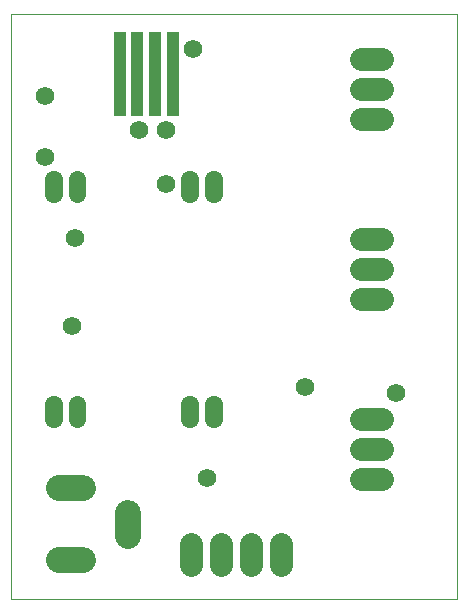
<source format=gbs>
G75*
%MOIN*%
%OFA0B0*%
%FSLAX25Y25*%
%IPPOS*%
%LPD*%
%AMOC8*
5,1,8,0,0,1.08239X$1,22.5*
%
%ADD10C,0.00000*%
%ADD11C,0.05220*%
%ADD12C,0.07800*%
%ADD13R,0.04146X0.28359*%
%ADD14C,0.08674*%
%ADD15C,0.06200*%
D10*
X0002874Y0017345D02*
X0002874Y0212306D01*
X0151575Y0212306D01*
X0151575Y0017345D01*
X0002874Y0017345D01*
D11*
X0017364Y0077055D02*
X0017364Y0082635D01*
X0017364Y0077055D02*
X0016784Y0077055D01*
X0016784Y0082635D01*
X0017364Y0082635D01*
X0017364Y0082274D02*
X0016784Y0082274D01*
X0025264Y0082635D02*
X0025264Y0077055D01*
X0024684Y0077055D01*
X0024684Y0082635D01*
X0025264Y0082635D01*
X0025264Y0082274D02*
X0024684Y0082274D01*
X0062764Y0082635D02*
X0062764Y0077055D01*
X0062184Y0077055D01*
X0062184Y0082635D01*
X0062764Y0082635D01*
X0062764Y0082274D02*
X0062184Y0082274D01*
X0070664Y0082635D02*
X0070664Y0077055D01*
X0070084Y0077055D01*
X0070084Y0082635D01*
X0070664Y0082635D01*
X0070664Y0082274D02*
X0070084Y0082274D01*
X0070664Y0152055D02*
X0070664Y0157635D01*
X0070664Y0152055D02*
X0070084Y0152055D01*
X0070084Y0157635D01*
X0070664Y0157635D01*
X0070664Y0157274D02*
X0070084Y0157274D01*
X0062764Y0157635D02*
X0062764Y0152055D01*
X0062184Y0152055D01*
X0062184Y0157635D01*
X0062764Y0157635D01*
X0062764Y0157274D02*
X0062184Y0157274D01*
X0025264Y0157635D02*
X0025264Y0152055D01*
X0024684Y0152055D01*
X0024684Y0157635D01*
X0025264Y0157635D01*
X0025264Y0157274D02*
X0024684Y0157274D01*
X0017364Y0157635D02*
X0017364Y0152055D01*
X0016784Y0152055D01*
X0016784Y0157635D01*
X0017364Y0157635D01*
X0017364Y0157274D02*
X0016784Y0157274D01*
D12*
X0062874Y0035845D02*
X0062874Y0028845D01*
X0072874Y0028845D02*
X0072874Y0035845D01*
X0082874Y0035845D02*
X0082874Y0028845D01*
X0092874Y0028845D02*
X0092874Y0035845D01*
X0119374Y0057345D02*
X0126374Y0057345D01*
X0126374Y0067345D02*
X0119374Y0067345D01*
X0119374Y0077345D02*
X0126374Y0077345D01*
X0126374Y0117345D02*
X0119374Y0117345D01*
X0119374Y0127345D02*
X0126374Y0127345D01*
X0126374Y0137345D02*
X0119374Y0137345D01*
X0119374Y0177345D02*
X0126374Y0177345D01*
X0126374Y0187345D02*
X0119374Y0187345D01*
X0119374Y0197345D02*
X0126374Y0197345D01*
D13*
X0056732Y0192345D03*
X0050827Y0192345D03*
X0044921Y0192345D03*
X0039016Y0192345D03*
D14*
X0026811Y0054550D02*
X0018937Y0054550D01*
X0018937Y0030534D02*
X0026811Y0030534D01*
X0041772Y0038408D02*
X0041772Y0046282D01*
D15*
X0068124Y0057845D03*
X0100749Y0088220D03*
X0131124Y0085970D03*
X0054624Y0155720D03*
X0054624Y0173720D03*
X0045624Y0173720D03*
X0063624Y0200720D03*
X0024249Y0137720D03*
X0014124Y0164720D03*
X0014124Y0184970D03*
X0023124Y0108470D03*
M02*

</source>
